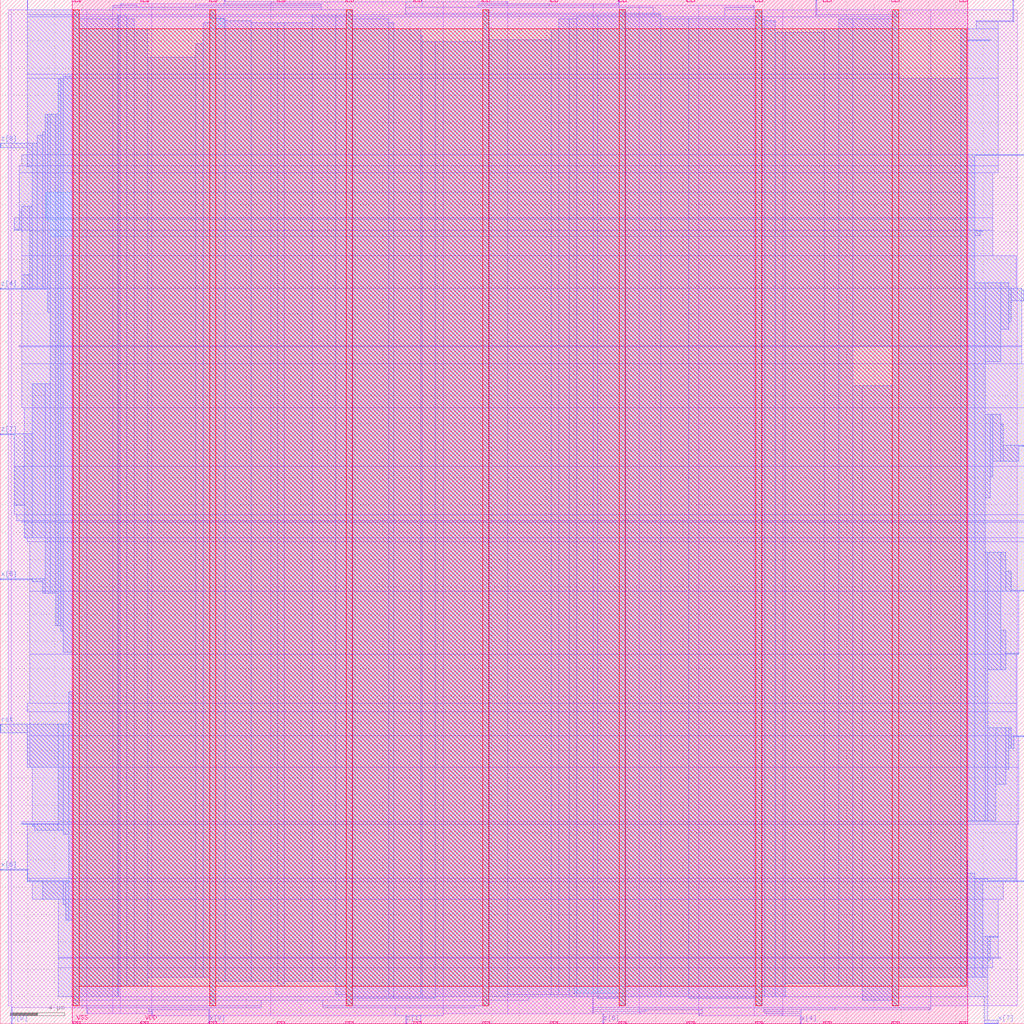
<source format=lef>
VERSION 5.8 ;
BUSBITCHARS "[]" ;
DIVIDERCHAR "/" ;
UNITS
    DATABASE MICRONS 2000 ;
END UNITS

VIA via1_2_1120_340_1_3_300_300
  VIARULE Via1Array-0 ;
  CUTSIZE 0.07 0.07 ;
  LAYERS metal1 via1 metal2 ;
  CUTSPACING 0.08 0.08 ;
  ENCLOSURE 0.035 0.05 0.035 0.035 ;
  ROWCOL 1 3 ;
END via1_2_1120_340_1_3_300_300

VIA via2_3_1120_340_1_3_320_320
  VIARULE Via2Array-0 ;
  CUTSIZE 0.07 0.07 ;
  LAYERS metal2 via2 metal3 ;
  CUTSPACING 0.09 0.09 ;
  ENCLOSURE 0.035 0.035 0.035 0.035 ;
  ROWCOL 1 3 ;
END via2_3_1120_340_1_3_320_320

VIA via3_4_1120_340_1_3_320_320
  VIARULE Via3Array-0 ;
  CUTSIZE 0.07 0.07 ;
  LAYERS metal3 via3 metal4 ;
  CUTSPACING 0.09 0.09 ;
  ENCLOSURE 0.035 0.035 0.035 0.035 ;
  ROWCOL 1 3 ;
END via3_4_1120_340_1_3_320_320

VIA via4_5_1120_340_1_2_600_600
  VIARULE Via4Array-0 ;
  CUTSIZE 0.14 0.14 ;
  LAYERS metal4 via4 metal5 ;
  CUTSPACING 0.16 0.16 ;
  ENCLOSURE 0 0 0 0 ;
  ROWCOL 1 2 ;
END via4_5_1120_340_1_2_600_600

VIA via5_6_1120_340_1_2_600_600
  VIARULE Via5Array-0 ;
  CUTSIZE 0.14 0.14 ;
  LAYERS metal5 via5 metal6 ;
  CUTSPACING 0.16 0.16 ;
  ENCLOSURE 0 0 0.06 0 ;
  ROWCOL 1 2 ;
END via5_6_1120_340_1_2_600_600

MACRO iir
  FOREIGN iir 0 0 ;
  CLASS BLOCK ;
  SIZE 75 BY 75 ;
  PIN clk
    DIRECTION INPUT ;
    USE SIGNAL ;
    PORT
      LAYER metal2 ;
        RECT  59.72 74.93 59.79 75 ;
    END
  END clk
  PIN rst
    DIRECTION INPUT ;
    USE SIGNAL ;
    PORT
      LAYER metal3 ;
        RECT  0 21.875 0.07 21.945 ;
    END
  END rst
  PIN x[0]
    DIRECTION INPUT ;
    USE SIGNAL ;
    PORT
      LAYER metal2 ;
        RECT  16.4 74.93 16.47 75 ;
    END
  END x[0]
  PIN x[10]
    DIRECTION INPUT ;
    USE SIGNAL ;
    PORT
      LAYER metal3 ;
        RECT  74.93 63.595 75 63.665 ;
    END
  END x[10]
  PIN x[1]
    DIRECTION INPUT ;
    USE SIGNAL ;
    PORT
      LAYER metal3 ;
        RECT  74.93 42.315 75 42.385 ;
    END
  END x[1]
  PIN x[2]
    DIRECTION INPUT ;
    USE SIGNAL ;
    PORT
      LAYER metal3 ;
        RECT  74.93 21.035 75 21.105 ;
    END
  END x[2]
  PIN x[3]
    DIRECTION INPUT ;
    USE SIGNAL ;
    PORT
      LAYER metal2 ;
        RECT  74.16 74.93 74.23 75 ;
    END
  END x[3]
  PIN x[4]
    DIRECTION INPUT ;
    USE SIGNAL ;
    PORT
      LAYER metal2 ;
        RECT  58.58 0 58.65 0.07 ;
    END
  END x[4]
  PIN x[5]
    DIRECTION INPUT ;
    USE SIGNAL ;
    PORT
      LAYER metal3 ;
        RECT  0 32.515 0.07 32.585 ;
    END
  END x[5]
  PIN x[6]
    DIRECTION INPUT ;
    USE SIGNAL ;
    PORT
      LAYER metal3 ;
        RECT  0 11.235 0.07 11.305 ;
    END
  END x[6]
  PIN x[7]
    DIRECTION INPUT ;
    USE SIGNAL ;
    PORT
      LAYER metal2 ;
        RECT  73.02 0 73.09 0.07 ;
    END
  END x[7]
  PIN x[8]
    DIRECTION INPUT ;
    USE SIGNAL ;
    PORT
      LAYER metal2 ;
        RECT  0.82 0 0.89 0.07 ;
    END
  END x[8]
  PIN x[9]
    DIRECTION INPUT ;
    USE SIGNAL ;
    PORT
      LAYER metal2 ;
        RECT  15.26 0 15.33 0.07 ;
    END
  END x[9]
  PIN z[0]
    DIRECTION OUTPUT ;
    USE SIGNAL ;
    PORT
      LAYER metal2 ;
        RECT  30.84 74.93 30.91 75 ;
    END
  END z[0]
  PIN z[10]
    DIRECTION OUTPUT ;
    USE SIGNAL ;
    PORT
      LAYER metal3 ;
        RECT  74.93 10.395 75 10.465 ;
    END
  END z[10]
  PIN z[1]
    DIRECTION OUTPUT ;
    USE SIGNAL ;
    PORT
      LAYER metal2 ;
        RECT  29.7 0 29.77 0.07 ;
    END
  END z[1]
  PIN z[2]
    DIRECTION OUTPUT ;
    USE SIGNAL ;
    PORT
      LAYER metal2 ;
        RECT  1.96 74.93 2.03 75 ;
    END
  END z[2]
  PIN z[3]
    DIRECTION OUTPUT ;
    USE SIGNAL ;
    PORT
      LAYER metal3 ;
        RECT  74.93 52.955 75 53.025 ;
    END
  END z[3]
  PIN z[4]
    DIRECTION OUTPUT ;
    USE SIGNAL ;
    PORT
      LAYER metal3 ;
        RECT  0 53.795 0.07 53.865 ;
    END
  END z[4]
  PIN z[5]
    DIRECTION OUTPUT ;
    USE SIGNAL ;
    PORT
      LAYER metal2 ;
        RECT  45.28 74.93 45.35 75 ;
    END
  END z[5]
  PIN z[6]
    DIRECTION OUTPUT ;
    USE SIGNAL ;
    PORT
      LAYER metal2 ;
        RECT  44.14 0 44.21 0.07 ;
    END
  END z[6]
  PIN z[7]
    DIRECTION OUTPUT ;
    USE SIGNAL ;
    PORT
      LAYER metal3 ;
        RECT  0 43.155 0.07 43.225 ;
    END
  END z[7]
  PIN z[8]
    DIRECTION OUTPUT ;
    USE SIGNAL ;
    PORT
      LAYER metal3 ;
        RECT  0 64.435 0.07 64.505 ;
    END
  END z[8]
  PIN z[9]
    DIRECTION OUTPUT ;
    USE SIGNAL ;
    PORT
      LAYER metal3 ;
        RECT  74.93 31.675 75 31.745 ;
    END
  END z[9]
  PIN VSS
    DIRECTION INOUT ;
    USE GROUND ;
    PORT
      LAYER metal6 ;
        RECT  65.29 74.86 65.85 75 ;
        RECT  65.29 0 65.85 0.14 ;
        RECT  55.29 74.86 55.85 75 ;
        RECT  55.29 0 55.85 0.14 ;
        RECT  45.29 74.86 45.85 75 ;
        RECT  45.29 0 45.85 0.14 ;
        RECT  35.29 74.86 35.85 75 ;
        RECT  35.29 0 35.85 0.14 ;
        RECT  25.29 74.86 25.85 75 ;
        RECT  25.29 0 25.85 0.14 ;
        RECT  15.29 74.86 15.85 75 ;
        RECT  15.29 0 15.85 0.14 ;
        RECT  5.29 74.86 5.85 75 ;
        RECT  5.29 0 5.85 0.14 ;
    END
  END VSS
  PIN VDD
    DIRECTION INOUT ;
    USE POWER ;
    PORT
      LAYER metal6 ;
        RECT  70.29 74.86 70.85 75 ;
        RECT  70.29 0 70.85 0.14 ;
        RECT  60.29 74.86 60.85 75 ;
        RECT  60.29 0 60.85 0.14 ;
        RECT  50.29 74.86 50.85 75 ;
        RECT  50.29 0 50.85 0.14 ;
        RECT  40.29 74.86 40.85 75 ;
        RECT  40.29 0 40.85 0.14 ;
        RECT  30.29 74.86 30.85 75 ;
        RECT  30.29 0 30.85 0.14 ;
        RECT  20.29 74.86 20.85 75 ;
        RECT  20.29 0 20.85 0.14 ;
        RECT  10.29 74.86 10.85 75 ;
        RECT  10.29 0 10.85 0.14 ;
    END
  END VDD
  OBS
    LAYER metal1 ;
     RECT  0.57 1.315 0.82 74.285 ;
     RECT  0.82 1.155 6.33 74.285 ;
     RECT  6.33 0.735 8.23 74.285 ;
     RECT  8.23 0.735 8.8 74.585 ;
     RECT  8.8 0.735 11.08 74.725 ;
     RECT  11.08 0.595 19.82 74.725 ;
     RECT  19.82 0.595 32.43 74.865 ;
     RECT  32.43 0.735 37.18 74.865 ;
     RECT  37.18 0.735 43.45 74.725 ;
     RECT  43.45 1.155 45.35 74.725 ;
     RECT  45.35 1.155 46.8 74.585 ;
     RECT  46.8 0.735 51.17 74.585 ;
     RECT  51.17 0.595 55.23 74.585 ;
     RECT  55.23 0.595 57.32 74.285 ;
     RECT  57.32 1.015 68.15 74.285 ;
     RECT  68.15 1.315 74.48 74.285 ;
     RECT  74.48 14.595 74.61 14.665 ;
    LAYER metal2 ;
     RECT  72.07 0 72.9 0.035 ;
     RECT  72.07 0.035 73.09 0.245 ;
     RECT  29.7 0.035 29.77 0.595 ;
     RECT  58.58 0.035 58.65 0.595 ;
     RECT  44.14 0.035 44.21 0.735 ;
     RECT  51.17 0.595 51.24 0.735 ;
     RECT  57.25 0.595 58.65 0.735 ;
     RECT  11.08 0.595 11.15 0.875 ;
     RECT  43.38 0.735 46.87 0.875 ;
     RECT  56.11 0.735 58.65 0.875 ;
     RECT  10.89 0.875 11.15 1.015 ;
     RECT  15.26 0.035 15.33 1.015 ;
     RECT  43.38 0.875 47.25 1.015 ;
     RECT  51.17 0.735 51.43 1.015 ;
     RECT  55.92 0.875 58.65 1.015 ;
     RECT  6.33 0.735 6.4 1.155 ;
     RECT  10.89 1.015 15.33 1.155 ;
     RECT  28.94 0.595 32.43 1.155 ;
     RECT  43.38 1.015 51.43 1.155 ;
     RECT  55.92 1.015 61.12 1.155 ;
     RECT  68.08 1.015 68.15 1.155 ;
     RECT  0.82 0.035 0.89 1.225 ;
     RECT  6.33 1.155 19.13 1.33 ;
     RECT  23.62 1.155 34.71 1.33 ;
     RECT  5.34 1.33 19.13 1.715 ;
     RECT  23.62 1.33 35.8 1.715 ;
     RECT  5.34 1.715 38.7 1.995 ;
     RECT  43.38 1.155 68.15 1.995 ;
     RECT  72.07 0.245 72.33 1.995 ;
     RECT  4.24 1.995 72.33 4.095 ;
     RECT  4.24 4.095 72.71 4.795 ;
     RECT  4.24 4.795 73.28 4.865 ;
     RECT  4.24 4.865 73.09 9.135 ;
     RECT  2.34 9.135 73.47 10.395 ;
     RECT  2.15 10.395 74.42 10.675 ;
     RECT  1.96 10.675 74.42 14.595 ;
     RECT  1.58 14.595 74.61 14.805 ;
     RECT  2.34 14.805 74.61 18.795 ;
     RECT  2.15 18.795 74.61 21.105 ;
     RECT  2.15 21.105 74.42 22.855 ;
     RECT  1.96 22.855 74.42 23.485 ;
     RECT  2.15 23.485 74.42 27.055 ;
     RECT  2.15 27.055 74.61 31.675 ;
     RECT  2.15 31.675 74.99 35.315 ;
     RECT  1.96 35.315 74.99 35.595 ;
     RECT  1.77 35.595 74.99 36.715 ;
     RECT  1.58 36.715 74.99 36.855 ;
     RECT  1.2 36.855 74.99 37.275 ;
     RECT  1.01 37.275 74.99 40.845 ;
     RECT  1.77 40.845 74.99 45.115 ;
     RECT  1.58 45.115 74.99 48.335 ;
     RECT  1.58 48.335 74.8 49.595 ;
     RECT  1.39 49.595 74.8 49.665 ;
     RECT  1.58 49.665 74.8 53.865 ;
     RECT  1.58 53.865 74.42 56.245 ;
     RECT  1.58 56.245 72.71 58.135 ;
     RECT  1.01 58.135 72.71 59.045 ;
     RECT  1.39 59.045 72.71 62.335 ;
     RECT  1.39 62.335 73.09 62.825 ;
     RECT  1.58 62.825 73.09 63.665 ;
     RECT  1.96 63.665 73.09 69.265 ;
     RECT  1.96 69.265 65.87 69.545 ;
     RECT  70.34 69.265 73.09 72.87 ;
     RECT  71.5 72.87 73.09 73.395 ;
     RECT  71.5 73.395 74.23 73.465 ;
     RECT  1.96 69.545 65.8 73.745 ;
     RECT  1.96 73.745 48.39 73.885 ;
     RECT  59.72 73.745 65.8 73.885 ;
     RECT  29.7 73.885 48.39 74.025 ;
     RECT  1.96 73.885 25.8 74.27 ;
     RECT  53.07 73.745 55.8 74.27 ;
     RECT  65.34 73.885 65.8 74.27 ;
     RECT  8.23 74.27 23.5 74.445 ;
     RECT  29.7 74.025 47.82 74.445 ;
     RECT  53.07 74.27 55.23 74.445 ;
     RECT  8.23 74.445 10.01 74.585 ;
     RECT  14.31 74.445 23.5 74.585 ;
     RECT  35.02 74.445 45.35 74.585 ;
     RECT  55.16 74.445 55.23 74.585 ;
     RECT  8.8 74.585 8.87 74.725 ;
     RECT  16.4 74.585 23.5 74.725 ;
     RECT  35.02 74.585 40.22 74.725 ;
     RECT  16.4 74.725 19.89 74.865 ;
     RECT  29.7 74.445 30.91 74.865 ;
     RECT  37.11 74.725 37.18 74.865 ;
     RECT  1.96 74.27 2.03 74.965 ;
     RECT  16.4 74.865 16.47 74.965 ;
     RECT  30.84 74.865 30.91 74.965 ;
     RECT  45.28 74.585 45.35 74.965 ;
     RECT  59.72 73.885 59.79 74.965 ;
     RECT  74.16 73.465 74.23 74.965 ;
    LAYER metal3 ;
     RECT  0 21.315 0.035 21.805 ;
     RECT  0 64.155 0.035 64.365 ;
     RECT  0.035 43.155 1.01 43.225 ;
     RECT  1.01 58.135 1.39 58.205 ;
     RECT  0.035 53.795 1.58 53.865 ;
     RECT  1.39 58.135 1.58 59.465 ;
     RECT  1.01 37.975 1.77 43.225 ;
     RECT  0.035 11.235 1.96 11.305 ;
     RECT  0.035 21.315 1.96 21.945 ;
     RECT  0.035 64.155 1.96 64.505 ;
     RECT  1.96 10.395 2.03 11.305 ;
     RECT  1.58 53.795 2.15 54.845 ;
     RECT  1.58 58.135 2.15 59.885 ;
     RECT  1.58 14.595 2.34 14.665 ;
     RECT  0.035 32.515 2.34 32.585 ;
     RECT  1.77 35.595 2.34 43.225 ;
     RECT  2.15 53.795 2.34 59.885 ;
     RECT  1.96 62.755 2.34 64.505 ;
     RECT  2.34 14.455 2.53 14.665 ;
     RECT  2.34 53.795 2.72 64.505 ;
     RECT  2.03 10.395 3.1 10.465 ;
     RECT  2.34 32.375 3.1 32.585 ;
     RECT  2.72 53.795 3.1 65.065 ;
     RECT  3.1 31.535 3.29 32.585 ;
     RECT  2.34 35.595 3.29 46.865 ;
     RECT  3.1 53.795 3.29 65.345 ;
     RECT  3.29 53.795 3.48 66.605 ;
     RECT  3.29 31.535 3.67 46.865 ;
     RECT  3.48 52.115 3.67 66.605 ;
     RECT  3.67 31.535 4.05 66.605 ;
     RECT  2.53 14.175 4.24 14.665 ;
     RECT  1.96 18.795 4.24 21.945 ;
     RECT  4.05 29.155 4.24 66.605 ;
     RECT  4.24 29.155 4.43 69.265 ;
     RECT  3.1 9.135 4.62 10.465 ;
     RECT  4.24 14.175 4.62 21.945 ;
     RECT  4.43 28.735 4.62 69.265 ;
     RECT  4.62 8.715 4.81 10.465 ;
     RECT  4.81 7.595 5 10.465 ;
     RECT  4.62 13.895 5 21.945 ;
     RECT  5 7.595 5.34 24.325 ;
     RECT  4.62 27.195 5.34 69.405 ;
     RECT  5.34 1.33 5.8 74.27 ;
     RECT  5.8 1.995 8.61 73.605 ;
     RECT  8.61 1.995 8.68 73.885 ;
     RECT  8.68 2.73 9.25 73.885 ;
     RECT  9.25 2.73 9.82 73.605 ;
     RECT  9.82 2.73 10.8 72.87 ;
     RECT  10.8 3.395 14.31 70.805 ;
     RECT  14.31 3.395 14.88 71.785 ;
     RECT  14.88 3.395 15.34 73.325 ;
     RECT  15.34 1.33 15.8 74.27 ;
     RECT  15.8 3.115 16.47 73.605 ;
     RECT  16.47 3.115 18.37 73.465 ;
     RECT  18.37 3.115 20.34 73.325 ;
     RECT  20.34 2.73 20.8 73.325 ;
     RECT  20.8 3.115 22.86 73.325 ;
     RECT  22.86 3.115 24.57 73.885 ;
     RECT  24.57 2.135 25.34 73.885 ;
     RECT  25.34 1.33 25.8 74.27 ;
     RECT  25.8 1.855 28.44 73.605 ;
     RECT  28.44 1.855 28.82 73.325 ;
     RECT  28.82 1.855 30.8 72.87 ;
     RECT  30.8 1.855 30.91 72.345 ;
     RECT  30.91 1.855 31.86 71.925 ;
     RECT  31.86 1.995 35.34 71.925 ;
     RECT  35.34 1.33 35.8 74.27 ;
     RECT  35.8 1.995 37.18 72.065 ;
     RECT  37.18 2.135 40.34 72.065 ;
     RECT  40.34 2.135 40.91 72.87 ;
     RECT  40.91 2.135 41.67 73.605 ;
     RECT  41.67 1.995 42.24 73.605 ;
     RECT  42.24 1.995 43.76 73.885 ;
     RECT  43.76 1.855 45.34 73.885 ;
     RECT  45.34 1.33 45.8 74.27 ;
     RECT  45.8 1.995 48.39 74.025 ;
     RECT  48.39 1.995 50.41 73.605 ;
     RECT  50.41 1.855 55.34 73.605 ;
     RECT  55.34 1.33 55.8 74.27 ;
     RECT  55.8 1.995 55.99 73.605 ;
     RECT  55.99 1.995 56.75 73.465 ;
     RECT  56.75 1.995 57.51 72.625 ;
     RECT  57.51 2.975 60.34 72.625 ;
     RECT  60.34 2.73 61.43 72.87 ;
     RECT  61.43 2.73 62.45 73.605 ;
     RECT  62.45 2.73 63.14 46.725 ;
     RECT  63.14 1.715 65.34 46.725 ;
     RECT  62.45 49.595 65.34 73.605 ;
     RECT  65.34 1.33 65.8 74.27 ;
     RECT  65.8 3.395 70.34 69.265 ;
     RECT  70.34 2.73 70.8 72.87 ;
     RECT  70.8 3.395 70.81 12.005 ;
     RECT  70.81 3.395 71.38 11.025 ;
     RECT  70.8 14.875 71.38 63.665 ;
     RECT  71.38 57.715 71.76 58.065 ;
     RECT  71.38 3.395 71.95 10.605 ;
     RECT  71.76 57.995 71.95 58.065 ;
     RECT  71.38 14.875 72.14 54.285 ;
     RECT  71.95 3.395 72.33 6.405 ;
     RECT  71.95 10.395 72.33 10.605 ;
     RECT  72.14 14.875 72.33 34.545 ;
     RECT  72.33 4.655 72.52 6.405 ;
     RECT  72.14 38.535 72.52 44.625 ;
     RECT  70.8 71.995 72.52 72.065 ;
     RECT  72.52 40.075 72.71 44.625 ;
     RECT  72.33 14.875 72.9 21.665 ;
     RECT  72.52 6.335 73.09 6.405 ;
     RECT  72.33 25.935 73.28 34.545 ;
     RECT  72.71 41.195 73.28 44.625 ;
     RECT  72.14 48.475 73.28 54.285 ;
     RECT  73.28 41.195 73.47 43.925 ;
     RECT  72.9 17.535 73.66 21.665 ;
     RECT  73.28 25.935 73.66 28.805 ;
     RECT  73.28 31.675 73.66 34.545 ;
     RECT  73.66 18.655 73.85 21.665 ;
     RECT  73.28 50.855 73.85 54.285 ;
     RECT  73.85 20.195 74.04 21.665 ;
     RECT  73.66 31.675 74.04 33.145 ;
     RECT  73.85 51.415 74.04 53.865 ;
     RECT  74.04 20.195 74.23 21.105 ;
     RECT  73.66 27.055 74.61 27.125 ;
     RECT  73.47 41.195 74.61 42.385 ;
     RECT  74.04 52.955 74.8 53.865 ;
     RECT  72.33 10.395 74.965 10.465 ;
     RECT  74.23 21.035 74.965 21.105 ;
     RECT  74.04 31.675 74.965 31.745 ;
     RECT  74.61 42.315 74.965 42.385 ;
     RECT  74.8 52.955 74.965 53.725 ;
     RECT  71.38 63.595 74.965 63.665 ;
     RECT  74.965 53.095 75 53.725 ;
    LAYER metal4 ;
     RECT  45.34 1.33 45.8 2.24 ;
     RECT  5.34 1.33 5.8 2.73 ;
     RECT  15.34 1.33 15.8 2.73 ;
     RECT  25.34 1.33 25.8 2.73 ;
     RECT  35.34 1.33 35.8 2.73 ;
     RECT  42.025 2.24 45.8 2.73 ;
     RECT  55.34 1.33 55.8 2.73 ;
     RECT  65.34 1.33 65.8 2.73 ;
     RECT  5.34 2.73 70.8 57.68 ;
     RECT  3.665 57.68 70.8 58.94 ;
     RECT  3.385 58.94 70.8 60.9 ;
     RECT  5.34 60.9 70.8 72.87 ;
     RECT  15.34 72.87 16.405 73.64 ;
     RECT  5.34 72.87 5.8 74.27 ;
     RECT  15.34 73.64 15.8 74.27 ;
     RECT  25.34 72.87 25.8 74.27 ;
     RECT  35.34 72.87 35.8 74.27 ;
     RECT  45.34 72.87 45.8 74.27 ;
     RECT  55.34 72.87 55.8 74.27 ;
     RECT  65.34 72.87 65.8 74.27 ;
    LAYER metal5 ;
     RECT  5.35 1.33 5.79 74.27 ;
     RECT  5.79 2.73 15.35 72.87 ;
     RECT  15.35 1.33 15.79 74.27 ;
     RECT  15.79 2.73 25.35 72.87 ;
     RECT  25.35 1.33 25.79 74.27 ;
     RECT  25.79 2.73 35.35 72.87 ;
     RECT  35.35 1.33 35.79 74.27 ;
     RECT  35.79 2.73 45.35 72.87 ;
     RECT  45.35 1.33 45.79 74.27 ;
     RECT  45.79 2.73 55.35 72.87 ;
     RECT  55.35 1.33 55.79 74.27 ;
     RECT  55.79 2.73 65.35 72.87 ;
     RECT  65.35 1.33 65.79 74.27 ;
     RECT  65.79 2.73 70.79 72.87 ;
    LAYER metal6 ;
     RECT  5.29 0 70.85 75 ;
  END
END iir
END LIBRARY

</source>
